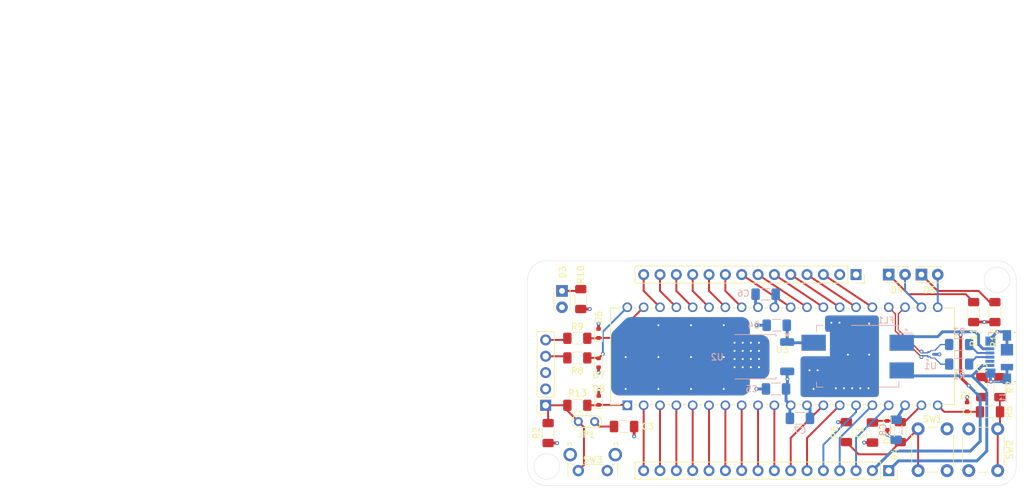
<source format=kicad_pcb>
(kicad_pcb (version 20241229) (generator "pcbnew") (generator_version "9.0")
  (title_block (title "Placa PIC18/45K50") (date "2025-07-15") (rev "1.0") (company "FCEIA") (comment 1 "Autor: Valentin Berman"))
  (layers (0 "F.Cu" signal) (4 "In1.Cu" power "In.GND.Cu") (6 "In2.Cu" power "In.VDD.Cu") (2 "B.Cu" signal) (13 "F.Paste" user) (15 "B.Paste" user) (5 "F.SilkS" user "F.Silkscreen") (7 "B.SilkS" user "B.Silkscreen") (1 "F.Mask" user) (3 "B.Mask" user) (25 "Edge.Cuts" user))
  (net 0 "")
  (net 1 "GND")
  (net 2 "/BOTON1")
  (net 3 "/BOTON2")
  (net 4 "Net-(JP1-A)")
  (net 5 "VDD")
  (net 6 "Net-(D3-K)")
  (net 7 "Net-(D4-K)")
  (net 8 "/LED_ROJO")
  (net 9 "/LED_VERDE")
  (net 10 "Net-(D5-K)")
  (net 11 "/PGC")
  (net 12 "/PGD")
  (net 13 "Net-(D8-K)")
  (net 14 "5V")
  (net 15 "/MASA_FUENTE")
  (net 16 "Net-(J1-D-)")
  (net 18 "Net-(J1-D+)")
  (net 19 "Net-(J2-Pin_4)")
  (net 20 "/MCLR")
  (net 21 "Net-(J2-Pin_5)")
  (net 22 "/RA5")
  (net 23 "/RC0")
  (net 24 "/RA0")
  (net 25 "/RE1")
  (net 26 "/RA7")
  (net 27 "/RA3")
  (net 28 "/RA1")
  (net 29 "/RA2")
  (net 30 "/RC1")
  (net 31 "/RC2")
  (net 32 "/RA4")
  (net 33 "/RA6")
  (net 34 "/RE2")
  (net 35 "/RD5")
  (net 36 "/RB2")
  (net 37 "/RB0")
  (net 38 "/RB5")
  (net 39 "/RC7")
  (net 40 "/RD6")
  (net 41 "/RB1")
  (net 42 "/RB4")
  (net 43 "/RD4")
  (net 44 "/RC6")
  (net 45 "/RB3")
  (net 46 "/RD7")
  (net 47 "/D+")
  (net 48 "/D-")
  (net 49 "Net-(R4-Pad1)")
  (net 50 "Net-(R5-Pad1)")
  (net 51 "/RE0")
  (net 52 "/VI")
  (footprint "Capacitor_SMD:C_1206_3216Metric_Pad1.33x1.80mm_HandSolder" (layer "F.Cu") (at 162.197 92.3745 -90)
    (property "Reference" "C1")
    (property "Value" "10n")
  )
  (footprint "PIC18L45K50:PDIP40_600MC_MCH" (layer "F.Cu") (at 124.079 88.138 90)
    (property "Reference" "U3")
    (property "Value" "PIC18LF45K50-I/P")
  )
  (footprint "LED_THT:LED_D1.8mm_W3.3mm_H2.4mm" (layer "F.Cu") (at 113.919 70.358 -90)
    (property "Reference" "D3")
    (property "Value" "POWER")
  )
  (footprint "Button_Switch_THT:SW_Tactile_SPST_Angled_PTS645Vx31-2LFS" (layer "F.Cu") (at 120.959 98.298 180)
    (property "Reference" "SW3")
    (property "Value" "RESET")
  )
  (footprint "Button_Switch_THT:SW_PUSH_6mm" (layer "F.Cu") (at 181.665 91.798 -90)
    (property "Reference" "SW2")
    (property "Value" "BOTON" (hide yes))
  )
  (footprint "Resistor_SMD:R_1206_3216Metric_Pad1.30x1.75mm_HandSolder" (layer "F.Cu") (at 166.515 92.31 90)
    (property "Reference" "R4")
    (property "Value" "100")
  )
  (footprint "Resistor_SMD:R_1206_3216Metric_Pad1.30x1.75mm_HandSolder" (layer "F.Cu") (at 180.467 89.154 180)
    (property "Reference" "R5")
    (property "Value" "100")
  )
  (footprint "LED_THT:LED_D1.8mm_W3.3mm_H2.4mm" (layer "F.Cu") (at 169.799 67.818)
    (property "Reference" "D5")
    (property "Value" "VERDE")
  )
  (footprint "Resistor_SMD:R_1206_3216Metric_Pad1.30x1.75mm_HandSolder" (layer "F.Cu") (at 116.306 80.772)
    (property "Reference" "R8")
    (property "Value" "100")
  )
  (footprint "Diode_SMD:D_SOD-523" (layer "F.Cu") (at 119.608 81.534 -90)
    (property "Reference" "D7")
    (property "Value" "ESD5Z3.3" (hide yes))
  )
  (footprint "Capacitor_SMD:C_1206_3216Metric_Pad1.33x1.80mm_HandSolder" (layer "F.Cu") (at 179.197 85.3055 90)
    (property "Reference" "C2")
    (property "Value" "10n")
  )
  (footprint "Resistor_SMD:R_1206_3216Metric_Pad1.30x1.75mm_HandSolder" (layer "F.Cu") (at 116.84 71.628 -90)
    (property "Reference" "R10")
    (property "Value" "1K")
  )
  (footprint "Capacitor_SMD:C_1206_3216Metric_Pad1.33x1.80mm_HandSolder" (layer "F.Cu") (at 123.571 91.44)
    (property "Reference" "C3")
    (property "Value" "100n")
  )
  (footprint "Resistor_SMD:R_1206_3216Metric_Pad1.30x1.75mm_HandSolder" (layer "F.Cu") (at 177.927 73.652 -90)
    (property "Reference" "R11")
    (property "Value" "1K")
  )
  (footprint "Button_Switch_THT:SW_PUSH_6mm_H4.3mm" (layer "F.Cu") (at 169.291 98.298 90)
    (property "Reference" "SW1")
    (property "Value" "BOTON" (hide yes))
  )
  (footprint "Resistor_SMD:R_1206_3216Metric_Pad1.30x1.75mm_HandSolder" (layer "F.Cu") (at 181.229 73.652 -90)
    (property "Reference" "R12")
    (property "Value" "1K")
  )
  (footprint "TestPoint:TestPoint_2Pads_Pitch2.54mm_Drill0.8mm" (layer "F.Cu") (at 118.999 90.678 180)
    (property "Reference" "JP1")
    (property "Value" "Jumper_2_Bridged" (hide yes))
  )
  (footprint "Diode_SMD:D_SOD-523" (layer "F.Cu") (at 119.608 76.962 90)
    (property "Reference" "D6")
    (property "Value" "ESD5Z3.3" (hide yes))
  )
  (footprint "Resistor_SMD:R_1206_3216Metric_Pad1.30x1.75mm_HandSolder" (layer "F.Cu") (at 181.991 85.318 90)
    (property "Reference" "R7")
    (property "Value" "100K")
  )
  (footprint "Resistor_SMD:R_1206_3216Metric_Pad1.30x1.75mm_HandSolder" (layer "F.Cu") (at 116.306 88.138 180)
    (property "Reference" "R13")
    (property "Value" "100")
  )
  (footprint "Resistor_SMD:R_1206_3216Metric_Pad1.30x1.75mm_HandSolder" (layer "F.Cu") (at 111.76 92.456 90)
    (property "Reference" "R2")
    (property "Value" "10K")
  )
  (footprint "Resistor_SMD:R_1206_3216Metric_Pad1.30x1.75mm_HandSolder" (layer "F.Cu") (at 116.306 77.724)
    (property "Reference" "R9")
    (property "Value" "100")
  )
  (footprint "Connector_PinSocket_2.54mm:PinSocket_1x14_P2.54mm_Vertical" (layer "F.Cu") (at 159.639 67.818 -90)
    (property "Reference" "J4" (hide yes))
    (property "Value" "LADO B" (hide yes))
  )
  (footprint "Resistor_SMD:R_1206_3216Metric_Pad1.30x1.75mm_HandSolder" (layer "F.Cu") (at 158.133 92.31 90)
    (property "Reference" "R6")
    (property "Value" "100K")
  )
  (footprint "Diode_SMD:D_SOD-523" (layer "F.Cu") (at 176.911 88.392 90)
    (property "Reference" "D1")
    (property "Value" "ESD5Z3.3" (hide yes))
  )
  (footprint "Connector_PinSocket_2.54mm:PinSocket_1x16_P2.54mm_Vertical" (layer "F.Cu") (at 164.719 98.298 -90)
    (property "Reference" "J3" (hide yes))
    (property "Value" "LADO A" (hide yes))
  )
  (footprint "Connector_PinSocket_2.54mm:PinSocket_1x05_P2.54mm_Vertical" (layer "F.Cu") (at 111.379 88.138 180)
    (property "Reference" "J2" (hide yes))
    (property "Value" "PROGRAMACIÓN/DEPURACIÓN" (hide yes))
  )
  (footprint "LED_THT:LED_D1.8mm_W3.3mm_H2.4mm" (layer "F.Cu") (at 164.719 67.818)
    (property "Reference" "D4")
    (property "Value" "ROJO")
  )
  (footprint "Diode_SMD:D_SOD-523" (layer "F.Cu") (at 164.483 91.258 -90)
    (property "Reference" "D2")
    (property "Value" "ESD5Z3.3" (hide yes))
  )
  (footprint "Diode_SMD:D_SOD-523" (layer "F.Cu") (at 119.634 87.376 90)
    (property "Reference" "D8")
    (property "Value" "ESD5Z3.3" (hide yes))
  )
  (footprint "Capacitor_SMD:C_1206_3216Metric_Pad1.33x1.80mm_HandSolder" (layer "B.Cu") (at 145.5805 70.866)
    (property "Reference" "C6")
    (property "Value" "100n")
  )
  (footprint "Resistor_SMD:R_1206_3216Metric_Pad1.30x1.75mm_HandSolder" (layer "B.Cu") (at 175.667 78.693)
    (property "Reference" "R3")
    (property "Value" "100")
  )
  (footprint "Capacitor_SMD:C_1206_3216Metric_Pad1.33x1.80mm_HandSolder" (layer "B.Cu") (at 150.9145 90.17 180)
    (property "Reference" "C7")
    (property "Value" "100n")
  )
  (footprint "Capacitor_SMD:C_1206_3216Metric_Pad1.33x1.80mm_HandSolder" (layer "B.Cu") (at 147.3095 75.692)
    (property "Reference" "C4")
    (property "Value" "1u")
  )
  (footprint "Capacitor_SMD:C_1206_3216Metric_Pad1.33x1.80mm_HandSolder" (layer "B.Cu") (at 165.862 91.948 90)
    (property "Reference" "C8")
    (property "Value" "100n")
  )
  (footprint "Package_TO_SOT_SMD:TO-252-2" (layer "B.Cu") (at 143.891 80.5905 180)
    (property "Reference" "U2")
    (property "Value" "LP2950-3.3_TO252" (hide yes))
  )
  (footprint "Capacitor_SMD:C_1206_3216Metric_Pad1.33x1.80mm_HandSolder" (layer "B.Cu") (at 147.193 85.598 180)
    (property "Reference" "C5")
    (property "Value" "2.2u")
  )
  (footprint "Package_TO_SOT_SMD:Texas_DRT-3" (layer "B.Cu") (at 171.266 80.217 90)
    (property "Reference" "U1")
    (property "Value" "TPD2EUSB30" (hide yes))
  )
  (footprint "Resistor_SMD:R_1206_3216Metric_Pad1.30x1.75mm_HandSolder" (layer "B.Cu") (at 175.667 81.741)
    (property "Reference" "R1")
    (property "Value" "100")
  )
  (footprint "Filter:Filter_Murata_BNX025" (layer "B.Cu") (at 159.893 80.518 180)
    (property "Reference" "FL1")
    (property "Value" "BNX025")
  )
  (footprint "Connector_USB:USB_Micro-B_Molex_47346-0001" (layer "B.Cu") (at 181.899 80.652 -90)
    (property "Reference" "J1")
    (property "Value" "USB_B_Micro" (hide yes))
  )
  (gr_line (start 184.549 68.652) (end 184.549 97.652) (stroke (width 0.05)) (layer "Edge.Cuts"))
  (gr_line (start 111.549 65.652) (end 181.549 65.652) (stroke (width 0.05)) (layer "Edge.Cuts"))
  (gr_circle (center 181.549 68.652) (end 179.549 68.652) (stroke (width 0.05)) (fill no) (layer "Edge.Cuts"))
  (gr_arc (start 184.549 97.652) (mid 183.67032 99.77332) (end 181.549 100.652) (stroke (width 0.05)) (layer "Edge.Cuts"))
  (gr_line (start 108.549 97.652) (end 108.549 68.652) (stroke (width 0.05)) (layer "Edge.Cuts"))
  (gr_arc (start 108.549 68.652) (mid 109.42768 66.53068) (end 111.549 65.652) (stroke (width 0.05)) (layer "Edge.Cuts"))
  (gr_circle (center 111.549 97.652) (end 113.549 97.652) (stroke (width 0.05)) (fill no) (layer "Edge.Cuts"))
  (gr_arc (start 181.549 65.652) (mid 183.67032 66.53068) (end 184.549 68.652) (stroke (width 0.05)) (layer "Edge.Cuts"))
  (gr_line (start 181.549 100.652) (end 111.549 100.652) (stroke (width 0.05)) (layer "Edge.Cuts"))
  (gr_arc (start 111.549 100.652) (mid 109.42768 99.77332) (end 108.549 97.652) (stroke (width 0.05)) (layer "Edge.Cuts"))
  (segment (start 181.304 84.455) (end 180.594 84.455) (width 0.45) (layer "F.Cu") (net 1))
  (segment (start 164.483 91.958) (end 164.483 92.71) (width 0.45) (layer "F.Cu") (net 1))
  (segment (start 125.1335 92.964) (end 125.1335 91.44) (width 0.45) (layer "F.Cu") (net 1))
  (segment (start 176.911 87.692) (end 176.911 86.868) (width 0.45) (layer "F.Cu") (net 1))
  (segment (start 179.909 84.455) (end 180.594 84.455) (width 0.45) (layer "F.Cu") (net 1))
  (segment (start 162.197 93.937) (end 160.909 93.937) (width 0.45) (layer "F.Cu") (net 1))
  (segment (start 179.578 75.184) (end 177.945 75.184) (width 0.45) (layer "F.Cu") (net 1))
  (segment (start 158.133 90.76) (end 156.845 90.76) (width 0.45) (layer "F.Cu") (net 1))
  (segment (start 181.991 83.768) (end 181.304 84.455) (width 0.45) (layer "F.Cu") (net 1))
  (segment (start 179.578 75.184) (end 181.211 75.184) (width 0.45) (layer "F.Cu") (net 1))
  (segment (start 181.211 75.184) (end 181.229 75.202) (width 0.45) (layer "F.Cu") (net 1))
  (segment (start 119.608 76.262) (end 119.608 75.438) (width 0.45) (layer "F.Cu") (net 1))
  (segment (start 119.634 86.676) (end 119.634 85.725) (width 0.45) (layer "F.Cu") (net 1))
  (segment (start 119.608 82.234) (end 119.608 83.058) (width 0.45) (layer "F.Cu") (net 1))
  (segment (start 177.945 75.184) (end 177.927 75.202) (width 0.45) (layer "F.Cu") (net 1))
  (segment (start 116.84 73.178) (end 118.237 73.178) (width 0.45) (layer "F.Cu") (net 1))
  (segment (start 179.197 83.743) (end 179.909 84.455) (width 0.45) (layer "F.Cu") (net 1))
  (via (at 181.61 76.708) (size 0.6) (drill 0.3) (layers "F.Cu" "B.Cu") (net 1))
  (via (at 156.845 90.76) (size 0.6) (drill 0.3) (layers "F.Cu" "B.Cu") (net 1))
  (via (at 153.673081 82.699104) (size 0.6) (drill 0.3) (layers "F.Cu" "B.Cu") (net 1))
  (via (at 160.909 93.937) (size 0.6) (drill 0.3) (layers "F.Cu" "B.Cu") (net 1))
  (via (at 128.905 85.598) (size 0.6) (drill 0.3) (layers "F.Cu" "B.Cu") (net 1))
  (via (at 161.671 75.438) (size 0.6) (drill 0.3) (layers "F.Cu" "B.Cu") (net 1))
  (via (at 144.5514 78.4098) (size 0.6) (drill 0.3) (layers "F.Cu" "B.Cu") (net 1))
  (via (at 140.7414 78.4098) (size 0.6) (drill 0.3) (layers "F.Cu" "B.Cu") (net 1))
  (via (at 144.5514 79.6798) (size 0.6) (drill 0.3) (layers "F.Cu" "B.Cu") (net 1))
  (via (at 158.369 80.264) (size 0.6) (drill 0.3) (layers "F.Cu" "B.Cu") (net 1))
  (via (at 155.804484 75.294914) (size 0.6) (drill 0.3) (layers "F.Cu" "B.Cu") (net 1))
  (via (at 144.145 75.692) (size 0.6) (drill 0.3) (layers "F.Cu" "B.Cu") (net 1))
  (via (at 142.0114 82.2198) (size 0.6) (drill 0.3) (layers "F.Cu" "B.Cu") (net 1))
  (via (at 144.145 85.598) (size 0.6) (drill 0.3) (layers "F.Cu" "B.Cu") (net 1))
  (via (at 140.7414 79.6798) (size 0.6) (drill 0.3) (layers "F.Cu" "B.Cu") (net 1))
  (via (at 133.985 75.692) (size 0.6) (drill 0.3) (layers "F.Cu" "B.Cu") (net 1))
  (via (at 123.825 80.645) (size 0.6) (drill 0.3) (layers "F.Cu" "B.Cu") (net 1))
  (via (at 176.911 86.868) (size 0.6) (drill 0.3) (layers "F.Cu" "B.Cu") (net 1))
  (via (at 140.7414 82.2198) (size 0.6) (drill 0.3) (layers "F.Cu" "B.Cu") (net 1))
  (via (at 140.7414 80.9498) (size 0.6) (drill 0.3) (layers "F.Cu" "B.Cu") (net 1))
  (via (at 172.593 80.217) (size 0.6) (drill 0.3) (layers "F.Cu" "B.Cu") (net 1))
  (via (at 139.065 75.692) (size 0.6) (drill 0.3) (layers "F.Cu" "B.Cu") (net 1))
  (via (at 123.825 85.598) (size 0.6) (drill 0.3) (layers "F.Cu" "B.Cu") (net 1))
  (via (at 157.074484 75.294914) (size 0.6) (drill 0.3) (layers "F.Cu" "B.Cu") (net 1))
  (via (at 144.5514 82.2198) (size 0.6) (drill 0.3) (layers "F.Cu" "B.Cu") (net 1))
  (via (at 152.403081 82.699104) (size 0.6) (drill 0.3) (layers "F.Cu" "B.Cu") (net 1))
  (via (at 128.905 80.645) (size 0.6) (drill 0.3) (layers "F.Cu" "B.Cu") (net 1))
  (via (at 160.303654 85.497713) (size 0.6) (drill 0.3) (layers "F.Cu" "B.Cu") (net 1))
  (via (at 142.0114 80.9498) (size 0.6) (drill 0.3) (layers "F.Cu" "B.Cu") (net 1))
  (via (at 143.2814 80.9498) (size 0.6) (drill 0.3) (layers "F.Cu" "B.Cu") (net 1))
  (via (at 157.763654 85.497713) (size 0.6) (drill 0.3) (layers "F.Cu" "B.Cu") (net 1))
  (via (at 133.985 85.598) (size 0.6) (drill 0.3) (layers "F.Cu" "B.Cu") (net 1))
  (via (at 125.1335 92.964) (size 0.6) (drill 0.3) (layers "F.Cu" "B.Cu") (net 1))
  (via (at 144.5514 80.9498) (size 0.6) (drill 0.3) (layers "F.Cu" "B.Cu") (net 1))
  (via (at 179.578 75.184) (size 0.6) (drill 0.3) (layers "F.Cu" "B.Cu") (net 1))
  (via (at 143.2814 78.4098) (size 0.6) (drill 0.3) (layers "F.Cu" "B.Cu") (net 1))
  (via (at 119.634 85.725) (size 0.6) (drill 0.3) (layers "F.Cu" "B.Cu") (net 1))
  (via (at 161.671 80.264) (size 0.6) (drill 0.3) (layers "F.Cu" "B.Cu") (net 1))
  (via (at 139.065 80.645) (size 0.6) (drill 0.3) (layers "F.Cu" "B.Cu") (net 1))
  (via (at 142.0114 78.4098) (size 0.6) (drill 0.3) (layers "F.Cu" "B.Cu") (net 1))
  (via (at 156.493654 85.497713) (size 0.6) (drill 0.3) (layers "F.Cu" "B.Cu") (net 1))
  (via (at 153.035 85.598) (size 0.6) (drill 0.3) (layers "F.Cu" "B.Cu") (net 1))
  (via (at 119.608 83.058) (size 0.6) (drill 0.3) (layers "F.Cu" "B.Cu") (net 1))
  (via (at 119.608 75.438) (size 0.6) (drill 0.3) (layers "F.Cu" "B.Cu") (net 1))
  (via (at 159.033654 85.497713) (size 0.6) (drill 0.3) (layers "F.Cu" "B.Cu") (net 1))
  (via (at 161.573654 85.497713) (size 0.6) (drill 0.3) (layers "F.Cu" "B.Cu") (net 1))
  (via (at 164.483 92.71) (size 0.6) (drill 0.3) (layers "F.Cu" "B.Cu") (net 1))
  (via (at 139.065 85.598) (size 0.6) (drill 0.3) (layers "F.Cu" "B.Cu") (net 1))
  (via (at 142.0114 79.6798) (size 0.6) (drill 0.3) (layers "F.Cu" "B.Cu") (net 1))
  (via (at 143.2814 79.6798) (size 0.6) (drill 0.3) (layers "F.Cu" "B.Cu") (net 1))
  (via (at 133.985 80.645) (size 0.6) (drill 0.3) (layers "F.Cu" "B.Cu") (net 1))
  (via (at 128.905 75.692) (size 0.6) (drill 0.3) (layers "F.Cu" "B.Cu") (net 1))
  (via (at 118.237 73.178) (size 0.6) (drill 0.3) (layers "F.Cu" "B.Cu") (net 1))
  (via (at 143.2814 82.2198) (size 0.6) (drill 0.3) (layers "F.Cu" "B.Cu") (net 1))
  (via (at 180.594 84.455) (size 0.6) (drill 0.3) (layers "F.Cu" "B.Cu") (net 1))
  (segment (start 147.143 70.866) (end 147.143 72.694) (width 0.45) (layer "B.Cu") (net 1))
  (segment (start 164.483 92.71) (end 165.862 93.5105) (width 0.45) (layer "B.Cu") (net 1))
  (segment (start 182.53 76.708) (end 181.61 76.708) (width 0.45) (layer "B.Cu") (net 1))
  (segment (start 142.631 82.5985) (end 142.631 80.5905) (width 0.45) (layer "B.Cu") (net 1))
  (segment (start 180.524 84.385) (end 180.594 84.455) (width 0.45) (layer "B.Cu") (net 1))
  (segment (start 183.099 77.277) (end 182.53 76.708) (width 0.45) (layer "B.Cu") (net 1))
  (segment (start 180.524 77.794) (end 181.61 76.708) (width 0.45) (layer "B.Cu") (net 1))
  (segment (start 152.477 90.17) (end 152.477 88.596) (width 0.45) (layer "B.Cu") (net 1))
  (segment (start 183.099 84.027) (end 183.099 82.202) (width 0.45) (layer "B.Cu") (net 1))
  (segment (start 144.145 75.692) (end 145.747 75.692) (width 0.45) (layer "B.Cu") (net 1))
  (segment (start 152.477 88.596) (end 152.019 88.138) (width 0.45) (layer "B.Cu") (net 1))
  (segment (start 147.143 72.694) (end 146.939 72.898) (width 0.45) (layer "B.Cu") (net 1))
  (segment (start 182.671 84.455) (end 183.099 84.027) (width 0.45) (layer "B.Cu") (net 1))
  (segment (start 183.099 79.502) (end 183.099 77.277) (width 0.45) (layer "B.Cu") (net 1))
  (segment (start 144.145 85.598) (end 145.6305 85.598) (width 0.45) (layer "B.Cu") (net 1))
  (segment (start 180.594 84.455) (end 182.671 84.455) (width 0.45) (layer "B.Cu") (net 1))
  (segment (start 171.691 80.217) (end 172.593 80.217) (width 0.45) (layer "B.Cu") (net 1))
  (segment (start 180.524 83.1395) (end 180.524 84.385) (width 0.45) (layer "B.Cu") (net 1))
  (segment (start 180.524 78.1645) (end 180.524 77.794) (width 0.45) (layer "B.Cu") (net 1))
  (segment (start 167.177 90.76) (end 169.799 88.138) (width 0.3) (layer "F.Cu") (net 2))
  (segment (start 164.483 90.558) (end 162.807 90.558) (width 0.3) (layer "F.Cu") (net 2))
  (segment (start 164.483 90.558) (end 166.313 90.558) (width 0.3) (layer "F.Cu") (net 2))
  (segment (start 166.313 90.558) (end 166.515 90.76) (width 0.3) (layer "F.Cu") (net 2))
  (segment (start 166.515 90.76) (end 167.177 90.76) (width 0.3) (layer "F.Cu") (net 2))
  (segment (start 162.553 90.812) (end 162.197 90.812) (width 0.3) (layer "F.Cu") (net 2))
  (segment (start 162.807 90.558) (end 162.553 90.812) (width 0.3) (layer "F.Cu") (net 2))
  (segment (start 174.117 89.154) (end 178.943 89.154) (width 0.3) (layer "F.Cu") (net 3))
  (segment (start 178.917 86.411) (end 178.866 86.36) (width 0.3) (layer "F.Cu") (net 3))
  (segment (start 178.917 89.154) (end 178.917 86.411) (width 0.3) (layer "F.Cu") (net 3))
  (segment (start 172.339 88.138) (end 173.355 89.154) (width 0.3) (layer "F.Cu") (net 3))
  (segment (start 173.355 89.154) (end 174.117 89.154) (width 0.3) (layer "F.Cu") (net 3))
  (segment (start 119.761 91.44) (end 122.0085 91.44) (width 0.3) (layer "F.Cu") (net 4))
  (segment (start 118.999 90.678) (end 119.761 91.44) (width 0.3) (layer "F.Cu") (net 4))
  (segment (start 111.633 93.98) (end 111.659 94.006) (width 0.45) (layer "F.Cu") (net 5))
  (segment (start 111.659 94.006) (end 113.157 94.006) (width 0.45) (layer "F.Cu") (net 5))
  (via (at 113.157 94.006) (size 0.6) (drill 0.3) (layers "F.Cu" "B.Cu") (net 5))
  (via (at 148.971 84.074) (size 0.6) (drill 0.3) (layers "F.Cu" "B.Cu") (net 5))
  (segment (start 149.352 90.17) (end 149.352 88.265) (width 0.45) (layer "B.Cu") (net 5))
  (segment (start 144.018 72.517) (end 144.399 72.898) (width 0.45) (layer "B.Cu") (net 5))
  (segment (start 148.971 85.3825) (end 148.7555 85.598) (width 0.45) (layer "B.Cu") (net 5))
  (segment (start 148.971 84.074) (end 148.971 85.3825) (width 0.45) (layer "B.Cu") (net 5))
  (segment (start 167.209 88.188) (end 167.259 88.138) (width 0.45) (layer "B.Cu") (net 5))
  (segment (start 144.018 70.866) (end 144.018 72.517) (width 0.45) (layer "B.Cu") (net 5))
  (segment (start 148.931 82.8705) (end 148.931 84.034) (width 0.45) (layer "B.Cu") (net 5))
  (segment (start 149.352 88.265) (end 149.479 88.138) (width 0.45) (layer "B.Cu") (net 5))
  (segment (start 148.931 82.8705) (end 148.5295 82.8705) (width 0.45) (layer "B.Cu") (net 5))
  (segment (start 148.5295 82.8705) (end 148.463 82.804) (width 0.45) (layer "B.Cu") (net 5))
  (segment (start 165.862 90.3855) (end 167.259 88.138) (width 0.45) (layer "B.Cu") (net 5))
  (segment (start 148.7555 85.598) (end 148.7555 87.4145) (width 0.45) (layer "B.Cu") (net 5))
  (segment (start 148.931 84.034) (end 148.971 84.074) (width 0.45) (layer "B.Cu") (net 5))
  (segment (start 148.7555 83.046) (end 148.931 82.8705) (width 0.45) (layer "B.Cu") (net 5))
  (segment (start 148.7555 87.4145) (end 149.479 88.138) (width 0.45) (layer "B.Cu") (net 5))
  (segment (start 113.919 70.358) (end 116.56 70.358) (width 0.3) (layer "F.Cu") (net 6))
  (segment (start 116.56 70.358) (end 116.84 70.078) (width 0.3) (layer "F.Cu") (net 6))
  (segment (start 164.719 67.818) (end 167.767 70.866) (width 0.3) (layer "F.Cu") (net 7))
  (segment (start 176.691 70.866) (end 177.927 72.102) (width 0.3) (layer "F.Cu") (net 7))
  (segment (start 167.767 70.866) (end 176.691 70.866) (width 0.3) (layer "F.Cu") (net 7))
  (segment (start 167.259 70.358) (end 169.799 72.898) (width 0.3) (layer "B.Cu") (net 8))
  (segment (start 167.259 67.818) (end 167.259 70.358) (width 0.3) (layer "B.Cu") (net 8))
  (segment (start 172.339 67.818) (end 172.339 72.898) (width 0.3) (layer "B.Cu") (net 9))
  (segment (start 180.433 72.102) (end 181.229 72.102) (width 0.3) (layer "F.Cu") (net 10))
  (segment (start 172.339 70.358) (end 178.689 70.358) (width 0.3) (layer "F.Cu") (net 10))
  (segment (start 169.799 67.818) (end 172.339 70.358) (width 0.3) (layer "F.Cu") (net 10))
  (segment (start 178.689 70.358) (end 180.433 72.102) (width 0.3) (layer "F.Cu") (net 10))
  (segment (start 119.546 77.724) (end 119.608 77.662) (width 0.3) (layer "F.Cu") (net 11))
  (segment (start 123.825 75.692) (end 126.619 72.898) (width 0.3) (layer "F.Cu") (net 11))
  (segment (start 117.856 77.724) (end 119.546 77.724) (width 0.3) (layer "F.Cu") (net 11))
  (segment (start 121.855 77.662) (end 123.825 75.692) (width 0.3) (layer "F.Cu") (net 11))
  (segment (start 119.608 77.662) (end 121.855 77.662) (width 0.3) (layer "F.Cu") (net 11))
  (segment (start 120.269 80.173) (end 119.608 80.834) (width 0.3) (layer "F.Cu") (net 12))
  (segment (start 117.856 80.772) (end 119.546 80.772) (width 0.3) (layer "F.Cu") (net 12))
  (segment (start 120.269 80.137) (end 120.269 80.173) (width 0.3) (layer "F.Cu") (net 12))
  (segment (start 119.546 80.772) (end 119.608 80.834) (width 0.3) (layer "F.Cu") (net 12))
  (via (at 120.269 80.137) (size 0.6) (drill 0.3) (layers "F.Cu" "B.Cu") (net 12))
  (segment (start 120.269 76.708) (end 124.079 72.898) (width 0.3) (layer "B.Cu") (net 12))
  (segment (start 120.269 80.137) (end 120.269 76.708) (width 0.3) (layer "B.Cu") (net 12))
  (segment (start 119.572 88.138) (end 119.634 88.076) (width 0.3) (layer "F.Cu") (net 13))
  (segment (start 124.017 88.076) (end 124.079 88.138) (width 0.3) (layer "F.Cu") (net 13))
  (segment (start 117.856 88.138) (end 119.572 88.138) (width 0.3) (layer "F.Cu") (net 13))
  (segment (start 119.634 88.076) (end 124.017 88.076) (width 0.3) (layer "F.Cu") (net 13))
  (segment (start 175.895 83.82) (end 175.895 77.216) (width 0.45) (layer "F.Cu") (net 14))
  (segment (start 177.165 85.09) (end 175.895 83.82) (width 0.45) (layer "F.Cu") (net 14))
  (via (at 177.165 85.09) (size 0.6) (drill 0.3) (layers "F.Cu" "B.Cu") (net 14))
  (via (at 175.895 77.216) (size 0.6) (drill 0.3) (layers "F.Cu" "B.Cu") (net 14))
  (segment (start 165.227 95.25) (end 177.419 95.25) (width 0.45) (layer "B.Cu") (net 14))
  (segment (start 172.339 77.47) (end 168.021 77.47) (width 0.45) (layer "B.Cu") (net 14))
  (segment (start 180.439 79.352) (end 179.372 79.352) (width 0.45) (layer "B.Cu") (net 14))
  (segment (start 175.895 77.216) (end 175.895 76.708) (width 0.45) (layer "B.Cu") (net 14))
  (segment (start 178.689 77.216) (end 178.181 76.708) (width 0.45) (layer "B.Cu") (net 14))
  (segment (start 167.435 77.9) (end 167.261 77.9) (width 0.45) (layer "B.Cu") (net 14))
  (segment (start 162.179 98.298) (end 165.227 95.25) (width 0.45) (layer "B.Cu") (net 14))
  (segment (start 177.927 85.852) (end 177.165 85.09) (width 0.45) (layer "B.Cu") (net 14))
  (segment (start 178.689 78.669) (end 178.689 77.216) (width 0.45) (layer "B.Cu") (net 14))
  (segment (start 175.895 76.708) (end 173.101 76.708) (width 0.45) (layer "B.Cu") (net 14))
  (segment (start 178.943 93.726) (end 178.943 86.868) (width 0.45) (layer "B.Cu") (net 14))
  (segment (start 173.101 76.708) (end 172.339 77.47) (width 0.45) (layer "B.Cu") (net 14))
  (segment (start 177.419 95.25) (end 178.943 93.726) (width 0.45) (layer "B.Cu") (net 14))
  (segment (start 178.943 86.868) (end 177.927 85.852) (width 0.45) (layer "B.Cu") (net 14))
  (segment (start 179.372 79.352) (end 178.689 78.669) (width 0.45) (layer "B.Cu") (net 14))
  (segment (start 167.261 77.9) (end 166.743 78.418) (width 0.45) (layer "B.Cu") (net 14))
  (segment (start 178.181 76.708) (end 175.895 76.708) (width 0.45) (layer "B.Cu") (net 14))
  (segment (start 180.439 81.952) (end 179.287 81.952) (width 0.45) (layer "B.Cu") (net 15))
  (segment (start 167.591 83.566) (end 166.743 82.718) (width 0.45) (layer "B.Cu") (net 15))
  (segment (start 177.673 83.566) (end 167.591 83.566) (width 0.45) (layer "B.Cu") (net 15))
  (segment (start 179.959 85.852) (end 177.673 83.566) (width 0.45) (layer "B.Cu") (net 15))
  (segment (start 166.243 96.774) (end 178.435 96.774) (width 0.45) (layer "B.Cu") (net 15))
  (segment (start 164.719 98.298) (end 166.243 96.774) (width 0.45) (layer "B.Cu") (net 15))
  (segment (start 179.959 95.25) (end 179.959 85.852) (width 0.45) (layer "B.Cu") (net 15))
  (segment (start 179.287 81.952) (end 177.673 83.566) (width 0.45) (layer "B.Cu") (net 15))
  (segment (start 178.435 96.774) (end 179.959 95.25) (width 0.45) (layer "B.Cu") (net 15))
  (segment (start 180.439 80.002) (end 178.526 80.002) (width 0.3) (layer "B.Cu") (net 16))
  (segment (start 178.526 80.002) (end 177.217 78.693) (width 0.3) (layer "B.Cu") (net 16))
  (segment (start 178.306 80.652) (end 177.217 81.741) (width 0.3) (layer "B.Cu") (net 18))
  (segment (start 180.439 80.652) (end 178.306 80.652) (width 0.3) (layer "B.Cu") (net 18))
  (segment (start 111.379 80.518) (end 114.502 80.518) (width 0.3) (layer "F.Cu") (net 19))
  (segment (start 114.502 80.518) (end 114.756 80.772) (width 0.3) (layer "F.Cu") (net 19))
  (segment (start 117.333999 91.552999) (end 116.459 90.678) (width 0.3) (layer "F.Cu") (net 20))
  (segment (start 111.76 88.519) (end 111.379 88.138) (width 0.3) (layer "F.Cu") (net 20))
  (segment (start 111.76 90.906) (end 111.76 88.519) (width 0.3) (layer "F.Cu") (net 20))
  (segment (start 117.333999 97.423001) (end 117.333999 91.552999) (width 0.3) (layer "F.Cu") (net 20))
  (segment (start 111.379 88.138) (end 114.756 88.138) (width 0.3) (layer "F.Cu") (net 20))
  (segment (start 116.459 98.298) (end 117.333999 97.423001) (width 0.3) (layer "F.Cu") (net 20))
  (segment (start 114.756 88.975) (end 116.459 90.678) (width 0.3) (layer "F.Cu") (net 20))
  (segment (start 114.756 88.138) (end 114.756 88.975) (width 0.3) (layer "F.Cu") (net 20))
  (segment (start 111.379 77.978) (end 114.502 77.978) (width 0.3) (layer "F.Cu") (net 21))
  (segment (start 114.502 77.978) (end 114.756 77.724) (width 0.3) (layer "F.Cu") (net 21))
  (segment (start 139.319 88.138) (end 139.319 98.298) (width 0.3) (layer "F.Cu") (net 22))
  (segment (start 159.639 88.138) (end 159.639 89.19767) (width 0.3) (layer "B.Cu") (net 23))
  (segment (start 154.559 94.27767) (end 154.559 98.298) (width 0.3) (layer "B.Cu") (net 23))
  (segment (start 159.639 89.19767) (end 154.559 94.27767) (width 0.3) (layer "B.Cu") (net 23))
  (segment (start 126.619 88.138) (end 126.619 98.298) (width 0.3) (layer "F.Cu") (net 24))
  (segment (start 144.399 88.138) (end 144.399 98.298) (width 0.3) (layer "F.Cu") (net 25))
  (segment (start 154.559 88.138) (end 149.479 93.218) (width 0.3) (layer "F.Cu") (net 26))
  (segment (start 149.479 93.218) (end 149.479 98.298) (width 0.3) (layer "F.Cu") (net 26))
  (segment (start 134.239 88.138) (end 134.239 98.298) (width 0.3) (layer "F.Cu") (net 27))
  (segment (start 129.159 88.138) (end 129.159 98.298) (width 0.3) (layer "F.Cu") (net 28))
  (segment (start 131.699 88.138) (end 131.699 98.298) (width 0.3) (layer "F.Cu") (net 29))
  (segment (start 157.099 93.218) (end 157.099 98.298) (width 0.3) (layer "B.Cu") (net 30))
  (segment (start 162.179 88.138) (end 157.099 93.218) (width 0.3) (layer "B.Cu") (net 30))
  (segment (start 164.719 88.138) (end 159.639 93.218) (width 0.3) (layer "B.Cu") (net 31))
  (segment (start 159.639 93.218) (end 159.639 98.298) (width 0.3) (layer "B.Cu") (net 31))
  (segment (start 136.779 88.138) (end 136.779 98.298) (width 0.3) (layer "F.Cu") (net 32))
  (segment (start 152.019 93.218) (end 152.019 98.298) (width 0.3) (layer "F.Cu") (net 33))
  (segment (start 157.099 88.138) (end 152.019 93.218) (width 0.3) (layer "F.Cu") (net 33))
  (segment (start 146.939 88.138) (end 146.939 98.298) (width 0.3) (layer "F.Cu") (net 34))
  (segment (start 146.939 67.818) (end 154.559 72.898) (width 0.3) (layer "F.Cu") (net 35))
  (segment (start 134.239 70.358) (end 134.239 67.818) (width 0.3) (layer "F.Cu") (net 36))
  (segment (start 136.779 72.898) (end 134.239 70.358) (width 0.3) (layer "F.Cu") (net 36))
  (segment (start 141.859 72.898) (end 139.319 70.358) (width 0.3) (layer "F.Cu") (net 37))
  (segment (start 139.319 70.358) (end 139.319 67.818) (width 0.3) (layer "F.Cu") (net 37))
  (segment (start 126.619 70.358) (end 126.619 67.818) (width 0.3) (layer "F.Cu") (net 38))
  (segment (start 129.159 72.898) (end 126.619 70.358) (width 0.3) (layer "F.Cu") (net 38))
  (segment (start 152.019 67.818) (end 159.639 72.898) (width 0.3) (layer "F.Cu") (net 39))
  (segment (start 144.399 67.818) (end 152.019 72.898) (width 0.3) (layer "F.Cu") (net 40))
  (segment (start 136.779 70.358) (end 136.779 67.818) (width 0.3) (layer "F.Cu") (net 41))
  (segment (start 139.319 72.898) (end 136.779 70.358) (width 0.3) (layer "F.Cu") (net 41))
  (segment (start 131.699 72.898) (end 129.159 70.358) (width 0.3) (layer "F.Cu") (net 42))
  (segment (start 129.159 70.358) (end 129.159 67.818) (width 0.3) (layer "F.Cu") (net 42))
  (segment (start 149.479 67.818) (end 157.099 72.898) (width 0.3) (layer "F.Cu") (net 43))
  (segment (start 154.559 67.818) (end 162.179 72.898) (width 0.3) (layer "F.Cu") (net 44))
  (segment (start 134.239 72.898) (end 131.699 70.358) (width 0.3) (layer "F.Cu") (net 45))
  (segment (start 131.699 70.358) (end 131.699 67.818) (width 0.3) (layer "F.Cu") (net 45))
  (segment (start 141.859 67.818) (end 149.479 72.898) (width 0.3) (layer "F.Cu") (net 46))
  (segment (start 169.800802 80.642) (end 165.763999 76.605197) (width 0.2) (layer "F.Cu") (net 47))
  (segment (start 165.763999 76.605197) (end 165.763999 73.942999) (width 0.2) (layer "F.Cu") (net 47))
  (segment (start 165.763999 73.942999) (end 164.719 72.898) (width 0.2) (layer "F.Cu") (net 47))
  (via (at 169.800802 80.642) (size 0.6) (drill 0.3) (layers "F.Cu" "B.Cu") (net 47))
  (segment (start 172.804499 81.741) (end 171.881499 80.818) (width 0.2) (layer "B.Cu") (net 47))
  (segment (start 174.117 81.741) (end 172.804499 81.741) (width 0.2) (layer "B.Cu") (net 47))
  (segment (start 171.317001 80.818) (end 171.066001 80.567) (width 0.2) (layer "B.Cu") (net 47))
  (segment (start 171.881499 80.818) (end 171.317001 80.818) (width 0.2) (layer "B.Cu") (net 47))
  (segment (start 171.066001 80.567) (end 170.841 80.567) (width 0.2) (layer "B.Cu") (net 47))
  (segment (start 170.841 80.567) (end 170.716001 80.442001) (width 0.2) (layer "B.Cu") (net 47))
  (segment (start 170.000801 80.442001) (end 169.800802 80.642) (width 0.2) (layer "B.Cu") (net 47))
  (segment (start 170.716001 80.442001) (end 170.000801 80.442001) (width 0.2) (layer "B.Cu") (net 47))
  (segment (start 169.800802 79.792) (end 169.587199 79.792) (width 0.2) (layer "F.Cu") (net 48))
  (segment (start 166.214001 73.942999) (end 167.259 72.898) (width 0.2) (layer "F.Cu") (net 48))
  (segment (start 169.587199 79.792) (end 166.214001 76.418802) (width 0.2) (layer "F.Cu") (net 48))
  (segment (start 166.214001 76.418802) (end 166.214001 73.942999) (width 0.2) (layer "F.Cu") (net 48))
  (via (at 169.800802 79.792) (size 0.6) (drill 0.3) (layers "F.Cu" "B.Cu") (net 48))
  (segment (start 170.000801 79.991999) (end 169.800802 79.792) (width 0.2) (layer "B.Cu") (net 48))
  (segment (start 171.881499 79.616) (end 171.317001 79.616) (width 0.2) (layer "B.Cu") (net 48))
  (segment (start 171.066001 79.867) (end 170.841 79.867) (width 0.2) (layer "B.Cu") (net 48))
  (segment (start 171.317001 79.616) (end 171.066001 79.867) (width 0.2) (layer "B.Cu") (net 48))
  (segment (start 170.716001 79.991999) (end 170.000801 79.991999) (width 0.2) (layer "B.Cu") (net 48))
  (segment (start 174.117 78.693) (end 172.804499 78.693) (width 0.2) (layer "B.Cu") (net 48))
  (segment (start 170.841 79.867) (end 170.716001 79.991999) (width 0.2) (layer "B.Cu") (net 48))
  (segment (start 172.804499 78.693) (end 171.881499 79.616) (width 0.2) (layer "B.Cu") (net 48))
  (segment (start 167.229 93.86) (end 166.515 93.86) (width 0.3) (layer "F.Cu") (net 49))
  (segment (start 169.291 91.798) (end 167.229 93.86) (width 0.3) (layer "F.Cu") (net 49))
  (segment (start 164.617 95.758) (end 166.515 93.86) (width 0.3) (layer "F.Cu") (net 49))
  (segment (start 169.291 98.298) (end 169.291 91.798) (width 0.3) (layer "F.Cu") (net 49))
  (segment (start 160.031 95.758) (end 164.617 95.758) (width 0.3) (layer "F.Cu") (net 49))
  (segment (start 158.133 93.86) (end 160.031 95.758) (width 0.3) (layer "F.Cu") (net 49))
  (segment (start 181.665 98.298) (end 181.665 91.798) (width 0.3) (layer "F.Cu") (net 50))
  (segment (start 181.991 88.773) (end 181.991 86.868) (width 0.3) (layer "F.Cu") (net 50))
  (segment (start 182.017 91.446) (end 181.665 91.798) (width 0.3) (layer "F.Cu") (net 50))
  (segment (start 182.017 88.799) (end 181.991 88.773) (width 0.3) (layer "F.Cu") (net 50))
  (segment (start 182.017 89.154) (end 182.017 88.799) (width 0.3) (layer "F.Cu") (net 50))
  (segment (start 182.017 89.154) (end 182.017 91.446) (width 0.3) (layer "F.Cu") (net 50))
  (segment (start 141.859 88.138) (end 141.859 98.298) (width 0.3) (layer "F.Cu") (net 51))
  (segment (start 148.931 75.751) (end 148.872 75.692) (width 0.45) (layer "B.Cu") (net 52))
  (segment (start 148.931 78.3105) (end 148.931 75.751) (width 0.45) (layer "B.Cu") (net 52))
  (segment (start 153.043 78.418) (end 149.0385 78.418) (width 0.45) (layer "B.Cu") (net 52))
  (segment (start 149.0385 78.418) (end 148.931 78.3105) (width 0.45) (layer "B.Cu") (net 52))
  (zone (net 1) (net_name "GND") (layer "B.Cu") (priority 3) (connect_pads no (clearance 0.5)) (min_thickness 0.25) (fill yes (thermal_gap 0.5) (thermal_bridge_width 0.5) (smoothing fillet) (radius 0.508))
    (polygon (pts (xy 151.003 86.868) (xy 163.195 86.868) (xy 163.195 74.168) (xy 154.813 74.168) (xy 154.813 76.708) (xy 155.575 76.708) (xy 155.575 80.518) (xy 151.003 80.518)))
  )
  (zone (net 1) (net_name "GND") (layer "B.Cu") (priority 2) (connect_pads yes (clearance 0.5)) (min_thickness 0.25) (fill yes (thermal_gap 0.5) (thermal_bridge_width 0.5) (smoothing fillet) (radius 1.27))
    (polygon (pts (xy 143.129 77.216) (xy 143.129 74.422) (xy 124.079 74.422) (xy 121.539 76.962) (xy 121.539 86.614) (xy 143.129 86.614) (xy 143.129 84.074) (xy 146.177 84.074) (xy 146.177 77.216)))
  )
)
</source>
